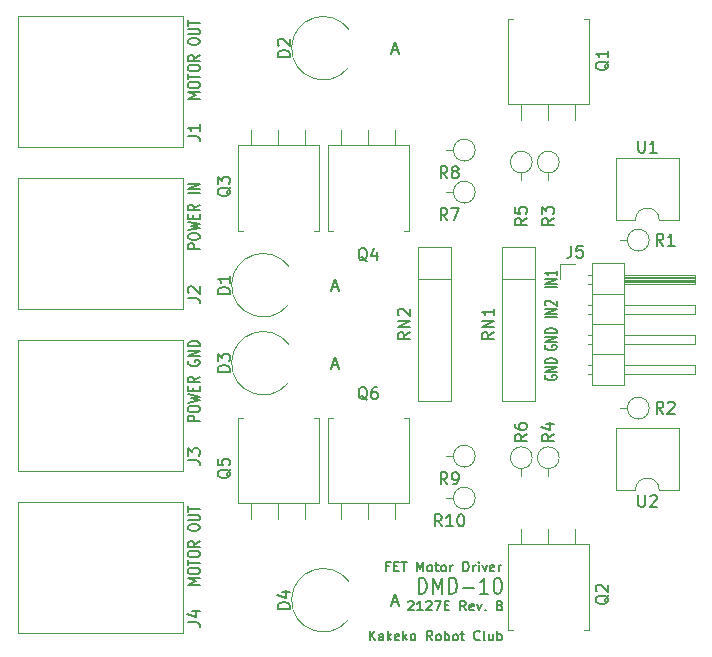
<source format=gto>
G04 #@! TF.GenerationSoftware,KiCad,Pcbnew,(5.1.7)-1*
G04 #@! TF.CreationDate,2021-12-05T21:20:24+09:00*
G04 #@! TF.ProjectId,DMD-10,444d442d-3130-42e6-9b69-6361645f7063,rev?*
G04 #@! TF.SameCoordinates,Original*
G04 #@! TF.FileFunction,Legend,Top*
G04 #@! TF.FilePolarity,Positive*
%FSLAX46Y46*%
G04 Gerber Fmt 4.6, Leading zero omitted, Abs format (unit mm)*
G04 Created by KiCad (PCBNEW (5.1.7)-1) date 2021-12-05 21:20:24*
%MOMM*%
%LPD*%
G01*
G04 APERTURE LIST*
%ADD10C,0.150000*%
%ADD11C,0.120000*%
%ADD12C,3.200000*%
%ADD13O,1.600000X1.600000*%
%ADD14R,1.600000X1.600000*%
%ADD15O,1.400000X1.400000*%
%ADD16C,1.400000*%
%ADD17O,1.717500X1.800000*%
%ADD18R,1.717500X1.800000*%
%ADD19R,5.700000X6.200000*%
%ADD20C,3.800000*%
%ADD21O,1.700000X1.700000*%
%ADD22R,1.700000X1.700000*%
%ADD23O,3.200000X3.200000*%
%ADD24R,3.200000X3.200000*%
G04 APERTURE END LIST*
D10*
X83203047Y-119316095D02*
X83241142Y-119278000D01*
X83317333Y-119239904D01*
X83507809Y-119239904D01*
X83584000Y-119278000D01*
X83622095Y-119316095D01*
X83660190Y-119392285D01*
X83660190Y-119468476D01*
X83622095Y-119582761D01*
X83164952Y-120039904D01*
X83660190Y-120039904D01*
X84422095Y-120039904D02*
X83964952Y-120039904D01*
X84193523Y-120039904D02*
X84193523Y-119239904D01*
X84117333Y-119354190D01*
X84041142Y-119430380D01*
X83964952Y-119468476D01*
X84726857Y-119316095D02*
X84764952Y-119278000D01*
X84841142Y-119239904D01*
X85031619Y-119239904D01*
X85107809Y-119278000D01*
X85145904Y-119316095D01*
X85184000Y-119392285D01*
X85184000Y-119468476D01*
X85145904Y-119582761D01*
X84688761Y-120039904D01*
X85184000Y-120039904D01*
X85450666Y-119239904D02*
X85984000Y-119239904D01*
X85641142Y-120039904D01*
X86288761Y-119620857D02*
X86555428Y-119620857D01*
X86669714Y-120039904D02*
X86288761Y-120039904D01*
X86288761Y-119239904D01*
X86669714Y-119239904D01*
X88079238Y-120039904D02*
X87812571Y-119658952D01*
X87622095Y-120039904D02*
X87622095Y-119239904D01*
X87926857Y-119239904D01*
X88003047Y-119278000D01*
X88041142Y-119316095D01*
X88079238Y-119392285D01*
X88079238Y-119506571D01*
X88041142Y-119582761D01*
X88003047Y-119620857D01*
X87926857Y-119658952D01*
X87622095Y-119658952D01*
X88726857Y-120001809D02*
X88650666Y-120039904D01*
X88498285Y-120039904D01*
X88422095Y-120001809D01*
X88384000Y-119925619D01*
X88384000Y-119620857D01*
X88422095Y-119544666D01*
X88498285Y-119506571D01*
X88650666Y-119506571D01*
X88726857Y-119544666D01*
X88764952Y-119620857D01*
X88764952Y-119697047D01*
X88384000Y-119773238D01*
X89031619Y-119506571D02*
X89222095Y-120039904D01*
X89412571Y-119506571D01*
X89717333Y-119963714D02*
X89755428Y-120001809D01*
X89717333Y-120039904D01*
X89679238Y-120001809D01*
X89717333Y-119963714D01*
X89717333Y-120039904D01*
X90974476Y-119620857D02*
X91088761Y-119658952D01*
X91126857Y-119697047D01*
X91164952Y-119773238D01*
X91164952Y-119887523D01*
X91126857Y-119963714D01*
X91088761Y-120001809D01*
X91012571Y-120039904D01*
X90707809Y-120039904D01*
X90707809Y-119239904D01*
X90974476Y-119239904D01*
X91050666Y-119278000D01*
X91088761Y-119316095D01*
X91126857Y-119392285D01*
X91126857Y-119468476D01*
X91088761Y-119544666D01*
X91050666Y-119582761D01*
X90974476Y-119620857D01*
X90707809Y-119620857D01*
X84079285Y-118660333D02*
X84079285Y-117260333D01*
X84365000Y-117260333D01*
X84536428Y-117327000D01*
X84650714Y-117460333D01*
X84707857Y-117593666D01*
X84765000Y-117860333D01*
X84765000Y-118060333D01*
X84707857Y-118327000D01*
X84650714Y-118460333D01*
X84536428Y-118593666D01*
X84365000Y-118660333D01*
X84079285Y-118660333D01*
X85279285Y-118660333D02*
X85279285Y-117260333D01*
X85679285Y-118260333D01*
X86079285Y-117260333D01*
X86079285Y-118660333D01*
X86650714Y-118660333D02*
X86650714Y-117260333D01*
X86936428Y-117260333D01*
X87107857Y-117327000D01*
X87222142Y-117460333D01*
X87279285Y-117593666D01*
X87336428Y-117860333D01*
X87336428Y-118060333D01*
X87279285Y-118327000D01*
X87222142Y-118460333D01*
X87107857Y-118593666D01*
X86936428Y-118660333D01*
X86650714Y-118660333D01*
X87850714Y-118127000D02*
X88765000Y-118127000D01*
X89965000Y-118660333D02*
X89279285Y-118660333D01*
X89622142Y-118660333D02*
X89622142Y-117260333D01*
X89507857Y-117460333D01*
X89393571Y-117593666D01*
X89279285Y-117660333D01*
X90707857Y-117260333D02*
X90822142Y-117260333D01*
X90936428Y-117327000D01*
X90993571Y-117393666D01*
X91050714Y-117527000D01*
X91107857Y-117793666D01*
X91107857Y-118127000D01*
X91050714Y-118393666D01*
X90993571Y-118527000D01*
X90936428Y-118593666D01*
X90822142Y-118660333D01*
X90707857Y-118660333D01*
X90593571Y-118593666D01*
X90536428Y-118527000D01*
X90479285Y-118393666D01*
X90422142Y-118127000D01*
X90422142Y-117793666D01*
X90479285Y-117527000D01*
X90536428Y-117393666D01*
X90593571Y-117327000D01*
X90707857Y-117260333D01*
X81588595Y-116318857D02*
X81321928Y-116318857D01*
X81321928Y-116737904D02*
X81321928Y-115937904D01*
X81702880Y-115937904D01*
X82007642Y-116318857D02*
X82274309Y-116318857D01*
X82388595Y-116737904D02*
X82007642Y-116737904D01*
X82007642Y-115937904D01*
X82388595Y-115937904D01*
X82617166Y-115937904D02*
X83074309Y-115937904D01*
X82845738Y-116737904D02*
X82845738Y-115937904D01*
X83950500Y-116737904D02*
X83950500Y-115937904D01*
X84217166Y-116509333D01*
X84483833Y-115937904D01*
X84483833Y-116737904D01*
X84979071Y-116737904D02*
X84902880Y-116699809D01*
X84864785Y-116661714D01*
X84826690Y-116585523D01*
X84826690Y-116356952D01*
X84864785Y-116280761D01*
X84902880Y-116242666D01*
X84979071Y-116204571D01*
X85093357Y-116204571D01*
X85169547Y-116242666D01*
X85207642Y-116280761D01*
X85245738Y-116356952D01*
X85245738Y-116585523D01*
X85207642Y-116661714D01*
X85169547Y-116699809D01*
X85093357Y-116737904D01*
X84979071Y-116737904D01*
X85474309Y-116204571D02*
X85779071Y-116204571D01*
X85588595Y-115937904D02*
X85588595Y-116623619D01*
X85626690Y-116699809D01*
X85702880Y-116737904D01*
X85779071Y-116737904D01*
X86160023Y-116737904D02*
X86083833Y-116699809D01*
X86045738Y-116661714D01*
X86007642Y-116585523D01*
X86007642Y-116356952D01*
X86045738Y-116280761D01*
X86083833Y-116242666D01*
X86160023Y-116204571D01*
X86274309Y-116204571D01*
X86350500Y-116242666D01*
X86388595Y-116280761D01*
X86426690Y-116356952D01*
X86426690Y-116585523D01*
X86388595Y-116661714D01*
X86350500Y-116699809D01*
X86274309Y-116737904D01*
X86160023Y-116737904D01*
X86769547Y-116737904D02*
X86769547Y-116204571D01*
X86769547Y-116356952D02*
X86807642Y-116280761D01*
X86845738Y-116242666D01*
X86921928Y-116204571D01*
X86998119Y-116204571D01*
X87874309Y-116737904D02*
X87874309Y-115937904D01*
X88064785Y-115937904D01*
X88179071Y-115976000D01*
X88255261Y-116052190D01*
X88293357Y-116128380D01*
X88331452Y-116280761D01*
X88331452Y-116395047D01*
X88293357Y-116547428D01*
X88255261Y-116623619D01*
X88179071Y-116699809D01*
X88064785Y-116737904D01*
X87874309Y-116737904D01*
X88674309Y-116737904D02*
X88674309Y-116204571D01*
X88674309Y-116356952D02*
X88712404Y-116280761D01*
X88750500Y-116242666D01*
X88826690Y-116204571D01*
X88902880Y-116204571D01*
X89169547Y-116737904D02*
X89169547Y-116204571D01*
X89169547Y-115937904D02*
X89131452Y-115976000D01*
X89169547Y-116014095D01*
X89207642Y-115976000D01*
X89169547Y-115937904D01*
X89169547Y-116014095D01*
X89474309Y-116204571D02*
X89664785Y-116737904D01*
X89855261Y-116204571D01*
X90464785Y-116699809D02*
X90388595Y-116737904D01*
X90236214Y-116737904D01*
X90160023Y-116699809D01*
X90121928Y-116623619D01*
X90121928Y-116318857D01*
X90160023Y-116242666D01*
X90236214Y-116204571D01*
X90388595Y-116204571D01*
X90464785Y-116242666D01*
X90502880Y-116318857D01*
X90502880Y-116395047D01*
X90121928Y-116471238D01*
X90845738Y-116737904D02*
X90845738Y-116204571D01*
X90845738Y-116356952D02*
X90883833Y-116280761D01*
X90921928Y-116242666D01*
X90998119Y-116204571D01*
X91074309Y-116204571D01*
X79925119Y-122579904D02*
X79925119Y-121779904D01*
X80382261Y-122579904D02*
X80039404Y-122122761D01*
X80382261Y-121779904D02*
X79925119Y-122237047D01*
X81067976Y-122579904D02*
X81067976Y-122160857D01*
X81029880Y-122084666D01*
X80953690Y-122046571D01*
X80801309Y-122046571D01*
X80725119Y-122084666D01*
X81067976Y-122541809D02*
X80991785Y-122579904D01*
X80801309Y-122579904D01*
X80725119Y-122541809D01*
X80687023Y-122465619D01*
X80687023Y-122389428D01*
X80725119Y-122313238D01*
X80801309Y-122275142D01*
X80991785Y-122275142D01*
X81067976Y-122237047D01*
X81448928Y-122579904D02*
X81448928Y-121779904D01*
X81525119Y-122275142D02*
X81753690Y-122579904D01*
X81753690Y-122046571D02*
X81448928Y-122351333D01*
X82401309Y-122541809D02*
X82325119Y-122579904D01*
X82172738Y-122579904D01*
X82096547Y-122541809D01*
X82058452Y-122465619D01*
X82058452Y-122160857D01*
X82096547Y-122084666D01*
X82172738Y-122046571D01*
X82325119Y-122046571D01*
X82401309Y-122084666D01*
X82439404Y-122160857D01*
X82439404Y-122237047D01*
X82058452Y-122313238D01*
X82782261Y-122579904D02*
X82782261Y-121779904D01*
X82858452Y-122275142D02*
X83087023Y-122579904D01*
X83087023Y-122046571D02*
X82782261Y-122351333D01*
X83544166Y-122579904D02*
X83467976Y-122541809D01*
X83429880Y-122503714D01*
X83391785Y-122427523D01*
X83391785Y-122198952D01*
X83429880Y-122122761D01*
X83467976Y-122084666D01*
X83544166Y-122046571D01*
X83658452Y-122046571D01*
X83734642Y-122084666D01*
X83772738Y-122122761D01*
X83810833Y-122198952D01*
X83810833Y-122427523D01*
X83772738Y-122503714D01*
X83734642Y-122541809D01*
X83658452Y-122579904D01*
X83544166Y-122579904D01*
X85220357Y-122579904D02*
X84953690Y-122198952D01*
X84763214Y-122579904D02*
X84763214Y-121779904D01*
X85067976Y-121779904D01*
X85144166Y-121818000D01*
X85182261Y-121856095D01*
X85220357Y-121932285D01*
X85220357Y-122046571D01*
X85182261Y-122122761D01*
X85144166Y-122160857D01*
X85067976Y-122198952D01*
X84763214Y-122198952D01*
X85677500Y-122579904D02*
X85601309Y-122541809D01*
X85563214Y-122503714D01*
X85525119Y-122427523D01*
X85525119Y-122198952D01*
X85563214Y-122122761D01*
X85601309Y-122084666D01*
X85677500Y-122046571D01*
X85791785Y-122046571D01*
X85867976Y-122084666D01*
X85906071Y-122122761D01*
X85944166Y-122198952D01*
X85944166Y-122427523D01*
X85906071Y-122503714D01*
X85867976Y-122541809D01*
X85791785Y-122579904D01*
X85677500Y-122579904D01*
X86287023Y-122579904D02*
X86287023Y-121779904D01*
X86287023Y-122084666D02*
X86363214Y-122046571D01*
X86515595Y-122046571D01*
X86591785Y-122084666D01*
X86629880Y-122122761D01*
X86667976Y-122198952D01*
X86667976Y-122427523D01*
X86629880Y-122503714D01*
X86591785Y-122541809D01*
X86515595Y-122579904D01*
X86363214Y-122579904D01*
X86287023Y-122541809D01*
X87125119Y-122579904D02*
X87048928Y-122541809D01*
X87010833Y-122503714D01*
X86972738Y-122427523D01*
X86972738Y-122198952D01*
X87010833Y-122122761D01*
X87048928Y-122084666D01*
X87125119Y-122046571D01*
X87239404Y-122046571D01*
X87315595Y-122084666D01*
X87353690Y-122122761D01*
X87391785Y-122198952D01*
X87391785Y-122427523D01*
X87353690Y-122503714D01*
X87315595Y-122541809D01*
X87239404Y-122579904D01*
X87125119Y-122579904D01*
X87620357Y-122046571D02*
X87925119Y-122046571D01*
X87734642Y-121779904D02*
X87734642Y-122465619D01*
X87772738Y-122541809D01*
X87848928Y-122579904D01*
X87925119Y-122579904D01*
X89258452Y-122503714D02*
X89220357Y-122541809D01*
X89106071Y-122579904D01*
X89029880Y-122579904D01*
X88915595Y-122541809D01*
X88839404Y-122465619D01*
X88801309Y-122389428D01*
X88763214Y-122237047D01*
X88763214Y-122122761D01*
X88801309Y-121970380D01*
X88839404Y-121894190D01*
X88915595Y-121818000D01*
X89029880Y-121779904D01*
X89106071Y-121779904D01*
X89220357Y-121818000D01*
X89258452Y-121856095D01*
X89715595Y-122579904D02*
X89639404Y-122541809D01*
X89601309Y-122465619D01*
X89601309Y-121779904D01*
X90363214Y-122046571D02*
X90363214Y-122579904D01*
X90020357Y-122046571D02*
X90020357Y-122465619D01*
X90058452Y-122541809D01*
X90134642Y-122579904D01*
X90248928Y-122579904D01*
X90325119Y-122541809D01*
X90363214Y-122503714D01*
X90744166Y-122579904D02*
X90744166Y-121779904D01*
X90744166Y-122084666D02*
X90820357Y-122046571D01*
X90972738Y-122046571D01*
X91048928Y-122084666D01*
X91087023Y-122122761D01*
X91125119Y-122198952D01*
X91125119Y-122427523D01*
X91087023Y-122503714D01*
X91048928Y-122541809D01*
X90972738Y-122579904D01*
X90820357Y-122579904D01*
X90744166Y-122541809D01*
X65538380Y-117855142D02*
X64538380Y-117855142D01*
X65252666Y-117588476D01*
X64538380Y-117321809D01*
X65538380Y-117321809D01*
X64538380Y-116788476D02*
X64538380Y-116636095D01*
X64586000Y-116559904D01*
X64681238Y-116483714D01*
X64871714Y-116445619D01*
X65205047Y-116445619D01*
X65395523Y-116483714D01*
X65490761Y-116559904D01*
X65538380Y-116636095D01*
X65538380Y-116788476D01*
X65490761Y-116864666D01*
X65395523Y-116940857D01*
X65205047Y-116978952D01*
X64871714Y-116978952D01*
X64681238Y-116940857D01*
X64586000Y-116864666D01*
X64538380Y-116788476D01*
X64538380Y-116217047D02*
X64538380Y-115759904D01*
X65538380Y-115988476D02*
X64538380Y-115988476D01*
X64538380Y-115340857D02*
X64538380Y-115188476D01*
X64586000Y-115112285D01*
X64681238Y-115036095D01*
X64871714Y-114998000D01*
X65205047Y-114998000D01*
X65395523Y-115036095D01*
X65490761Y-115112285D01*
X65538380Y-115188476D01*
X65538380Y-115340857D01*
X65490761Y-115417047D01*
X65395523Y-115493238D01*
X65205047Y-115531333D01*
X64871714Y-115531333D01*
X64681238Y-115493238D01*
X64586000Y-115417047D01*
X64538380Y-115340857D01*
X65538380Y-114198000D02*
X65062190Y-114464666D01*
X65538380Y-114655142D02*
X64538380Y-114655142D01*
X64538380Y-114350380D01*
X64586000Y-114274190D01*
X64633619Y-114236095D01*
X64728857Y-114198000D01*
X64871714Y-114198000D01*
X64966952Y-114236095D01*
X65014571Y-114274190D01*
X65062190Y-114350380D01*
X65062190Y-114655142D01*
X64538380Y-113093238D02*
X64538380Y-112940857D01*
X64586000Y-112864666D01*
X64681238Y-112788476D01*
X64871714Y-112750380D01*
X65205047Y-112750380D01*
X65395523Y-112788476D01*
X65490761Y-112864666D01*
X65538380Y-112940857D01*
X65538380Y-113093238D01*
X65490761Y-113169428D01*
X65395523Y-113245619D01*
X65205047Y-113283714D01*
X64871714Y-113283714D01*
X64681238Y-113245619D01*
X64586000Y-113169428D01*
X64538380Y-113093238D01*
X64538380Y-112407523D02*
X65347904Y-112407523D01*
X65443142Y-112369428D01*
X65490761Y-112331333D01*
X65538380Y-112255142D01*
X65538380Y-112102761D01*
X65490761Y-112026571D01*
X65443142Y-111988476D01*
X65347904Y-111950380D01*
X64538380Y-111950380D01*
X64538380Y-111683714D02*
X64538380Y-111226571D01*
X65538380Y-111455142D02*
X64538380Y-111455142D01*
X65538380Y-76707142D02*
X64538380Y-76707142D01*
X65252666Y-76440476D01*
X64538380Y-76173809D01*
X65538380Y-76173809D01*
X64538380Y-75640476D02*
X64538380Y-75488095D01*
X64586000Y-75411904D01*
X64681238Y-75335714D01*
X64871714Y-75297619D01*
X65205047Y-75297619D01*
X65395523Y-75335714D01*
X65490761Y-75411904D01*
X65538380Y-75488095D01*
X65538380Y-75640476D01*
X65490761Y-75716666D01*
X65395523Y-75792857D01*
X65205047Y-75830952D01*
X64871714Y-75830952D01*
X64681238Y-75792857D01*
X64586000Y-75716666D01*
X64538380Y-75640476D01*
X64538380Y-75069047D02*
X64538380Y-74611904D01*
X65538380Y-74840476D02*
X64538380Y-74840476D01*
X64538380Y-74192857D02*
X64538380Y-74040476D01*
X64586000Y-73964285D01*
X64681238Y-73888095D01*
X64871714Y-73850000D01*
X65205047Y-73850000D01*
X65395523Y-73888095D01*
X65490761Y-73964285D01*
X65538380Y-74040476D01*
X65538380Y-74192857D01*
X65490761Y-74269047D01*
X65395523Y-74345238D01*
X65205047Y-74383333D01*
X64871714Y-74383333D01*
X64681238Y-74345238D01*
X64586000Y-74269047D01*
X64538380Y-74192857D01*
X65538380Y-73050000D02*
X65062190Y-73316666D01*
X65538380Y-73507142D02*
X64538380Y-73507142D01*
X64538380Y-73202380D01*
X64586000Y-73126190D01*
X64633619Y-73088095D01*
X64728857Y-73050000D01*
X64871714Y-73050000D01*
X64966952Y-73088095D01*
X65014571Y-73126190D01*
X65062190Y-73202380D01*
X65062190Y-73507142D01*
X64538380Y-71945238D02*
X64538380Y-71792857D01*
X64586000Y-71716666D01*
X64681238Y-71640476D01*
X64871714Y-71602380D01*
X65205047Y-71602380D01*
X65395523Y-71640476D01*
X65490761Y-71716666D01*
X65538380Y-71792857D01*
X65538380Y-71945238D01*
X65490761Y-72021428D01*
X65395523Y-72097619D01*
X65205047Y-72135714D01*
X64871714Y-72135714D01*
X64681238Y-72097619D01*
X64586000Y-72021428D01*
X64538380Y-71945238D01*
X64538380Y-71259523D02*
X65347904Y-71259523D01*
X65443142Y-71221428D01*
X65490761Y-71183333D01*
X65538380Y-71107142D01*
X65538380Y-70954761D01*
X65490761Y-70878571D01*
X65443142Y-70840476D01*
X65347904Y-70802380D01*
X64538380Y-70802380D01*
X64538380Y-70535714D02*
X64538380Y-70078571D01*
X65538380Y-70307142D02*
X64538380Y-70307142D01*
X65538380Y-103999428D02*
X64538380Y-103999428D01*
X64538380Y-103694666D01*
X64586000Y-103618476D01*
X64633619Y-103580380D01*
X64728857Y-103542285D01*
X64871714Y-103542285D01*
X64966952Y-103580380D01*
X65014571Y-103618476D01*
X65062190Y-103694666D01*
X65062190Y-103999428D01*
X64538380Y-103047047D02*
X64538380Y-102894666D01*
X64586000Y-102818476D01*
X64681238Y-102742285D01*
X64871714Y-102704190D01*
X65205047Y-102704190D01*
X65395523Y-102742285D01*
X65490761Y-102818476D01*
X65538380Y-102894666D01*
X65538380Y-103047047D01*
X65490761Y-103123238D01*
X65395523Y-103199428D01*
X65205047Y-103237523D01*
X64871714Y-103237523D01*
X64681238Y-103199428D01*
X64586000Y-103123238D01*
X64538380Y-103047047D01*
X64538380Y-102437523D02*
X65538380Y-102247047D01*
X64824095Y-102094666D01*
X65538380Y-101942285D01*
X64538380Y-101751809D01*
X65014571Y-101447047D02*
X65014571Y-101180380D01*
X65538380Y-101066095D02*
X65538380Y-101447047D01*
X64538380Y-101447047D01*
X64538380Y-101066095D01*
X65538380Y-100266095D02*
X65062190Y-100532761D01*
X65538380Y-100723238D02*
X64538380Y-100723238D01*
X64538380Y-100418476D01*
X64586000Y-100342285D01*
X64633619Y-100304190D01*
X64728857Y-100266095D01*
X64871714Y-100266095D01*
X64966952Y-100304190D01*
X65014571Y-100342285D01*
X65062190Y-100418476D01*
X65062190Y-100723238D01*
X64586000Y-98894666D02*
X64538380Y-98970857D01*
X64538380Y-99085142D01*
X64586000Y-99199428D01*
X64681238Y-99275619D01*
X64776476Y-99313714D01*
X64966952Y-99351809D01*
X65109809Y-99351809D01*
X65300285Y-99313714D01*
X65395523Y-99275619D01*
X65490761Y-99199428D01*
X65538380Y-99085142D01*
X65538380Y-99008952D01*
X65490761Y-98894666D01*
X65443142Y-98856571D01*
X65109809Y-98856571D01*
X65109809Y-99008952D01*
X65538380Y-98513714D02*
X64538380Y-98513714D01*
X65538380Y-98056571D01*
X64538380Y-98056571D01*
X65538380Y-97675619D02*
X64538380Y-97675619D01*
X64538380Y-97485142D01*
X64586000Y-97370857D01*
X64681238Y-97294666D01*
X64776476Y-97256571D01*
X64966952Y-97218476D01*
X65109809Y-97218476D01*
X65300285Y-97256571D01*
X65395523Y-97294666D01*
X65490761Y-97370857D01*
X65538380Y-97485142D01*
X65538380Y-97675619D01*
X65538380Y-89419904D02*
X64538380Y-89419904D01*
X64538380Y-89115142D01*
X64586000Y-89038952D01*
X64633619Y-89000857D01*
X64728857Y-88962761D01*
X64871714Y-88962761D01*
X64966952Y-89000857D01*
X65014571Y-89038952D01*
X65062190Y-89115142D01*
X65062190Y-89419904D01*
X64538380Y-88467523D02*
X64538380Y-88315142D01*
X64586000Y-88238952D01*
X64681238Y-88162761D01*
X64871714Y-88124666D01*
X65205047Y-88124666D01*
X65395523Y-88162761D01*
X65490761Y-88238952D01*
X65538380Y-88315142D01*
X65538380Y-88467523D01*
X65490761Y-88543714D01*
X65395523Y-88619904D01*
X65205047Y-88658000D01*
X64871714Y-88658000D01*
X64681238Y-88619904D01*
X64586000Y-88543714D01*
X64538380Y-88467523D01*
X64538380Y-87858000D02*
X65538380Y-87667523D01*
X64824095Y-87515142D01*
X65538380Y-87362761D01*
X64538380Y-87172285D01*
X65014571Y-86867523D02*
X65014571Y-86600857D01*
X65538380Y-86486571D02*
X65538380Y-86867523D01*
X64538380Y-86867523D01*
X64538380Y-86486571D01*
X65538380Y-85686571D02*
X65062190Y-85953238D01*
X65538380Y-86143714D02*
X64538380Y-86143714D01*
X64538380Y-85838952D01*
X64586000Y-85762761D01*
X64633619Y-85724666D01*
X64728857Y-85686571D01*
X64871714Y-85686571D01*
X64966952Y-85724666D01*
X65014571Y-85762761D01*
X65062190Y-85838952D01*
X65062190Y-86143714D01*
X65538380Y-84734190D02*
X64538380Y-84734190D01*
X65538380Y-84353238D02*
X64538380Y-84353238D01*
X65538380Y-83896095D01*
X64538380Y-83896095D01*
X95764380Y-92692000D02*
X94764380Y-92692000D01*
X95764380Y-92358666D02*
X94764380Y-92358666D01*
X95764380Y-91958666D01*
X94764380Y-91958666D01*
X95764380Y-91258666D02*
X95764380Y-91658666D01*
X95764380Y-91458666D02*
X94764380Y-91458666D01*
X94907238Y-91525333D01*
X95002476Y-91592000D01*
X95050095Y-91658666D01*
X95764380Y-95232000D02*
X94764380Y-95232000D01*
X95764380Y-94898666D02*
X94764380Y-94898666D01*
X95764380Y-94498666D01*
X94764380Y-94498666D01*
X94859619Y-94198666D02*
X94812000Y-94165333D01*
X94764380Y-94098666D01*
X94764380Y-93932000D01*
X94812000Y-93865333D01*
X94859619Y-93832000D01*
X94954857Y-93798666D01*
X95050095Y-93798666D01*
X95192952Y-93832000D01*
X95764380Y-94232000D01*
X95764380Y-93798666D01*
X94812000Y-97605333D02*
X94764380Y-97672000D01*
X94764380Y-97772000D01*
X94812000Y-97872000D01*
X94907238Y-97938666D01*
X95002476Y-97972000D01*
X95192952Y-98005333D01*
X95335809Y-98005333D01*
X95526285Y-97972000D01*
X95621523Y-97938666D01*
X95716761Y-97872000D01*
X95764380Y-97772000D01*
X95764380Y-97705333D01*
X95716761Y-97605333D01*
X95669142Y-97572000D01*
X95335809Y-97572000D01*
X95335809Y-97705333D01*
X95764380Y-97272000D02*
X94764380Y-97272000D01*
X95764380Y-96872000D01*
X94764380Y-96872000D01*
X95764380Y-96538666D02*
X94764380Y-96538666D01*
X94764380Y-96372000D01*
X94812000Y-96272000D01*
X94907238Y-96205333D01*
X95002476Y-96172000D01*
X95192952Y-96138666D01*
X95335809Y-96138666D01*
X95526285Y-96172000D01*
X95621523Y-96205333D01*
X95716761Y-96272000D01*
X95764380Y-96372000D01*
X95764380Y-96538666D01*
X94812000Y-100145333D02*
X94764380Y-100212000D01*
X94764380Y-100312000D01*
X94812000Y-100412000D01*
X94907238Y-100478666D01*
X95002476Y-100512000D01*
X95192952Y-100545333D01*
X95335809Y-100545333D01*
X95526285Y-100512000D01*
X95621523Y-100478666D01*
X95716761Y-100412000D01*
X95764380Y-100312000D01*
X95764380Y-100245333D01*
X95716761Y-100145333D01*
X95669142Y-100112000D01*
X95335809Y-100112000D01*
X95335809Y-100245333D01*
X95764380Y-99812000D02*
X94764380Y-99812000D01*
X95764380Y-99412000D01*
X94764380Y-99412000D01*
X95764380Y-99078666D02*
X94764380Y-99078666D01*
X94764380Y-98912000D01*
X94812000Y-98812000D01*
X94907238Y-98745333D01*
X95002476Y-98712000D01*
X95192952Y-98678666D01*
X95335809Y-98678666D01*
X95526285Y-98712000D01*
X95621523Y-98745333D01*
X95716761Y-98812000D01*
X95764380Y-98912000D01*
X95764380Y-99078666D01*
D11*
G04 #@! TO.C,U2*
X104440000Y-109832000D02*
X106090000Y-109832000D01*
X106090000Y-109832000D02*
X106090000Y-104632000D01*
X106090000Y-104632000D02*
X100790000Y-104632000D01*
X100790000Y-104632000D02*
X100790000Y-109832000D01*
X100790000Y-109832000D02*
X102440000Y-109832000D01*
X102440000Y-109832000D02*
G75*
G02*
X104440000Y-109832000I1000000J0D01*
G01*
G04 #@! TO.C,U1*
X104440000Y-86972000D02*
X106090000Y-86972000D01*
X106090000Y-86972000D02*
X106090000Y-81772000D01*
X106090000Y-81772000D02*
X100790000Y-81772000D01*
X100790000Y-81772000D02*
X100790000Y-86972000D01*
X100790000Y-86972000D02*
X102440000Y-86972000D01*
X102440000Y-86972000D02*
G75*
G02*
X104440000Y-86972000I1000000J0D01*
G01*
G04 #@! TO.C,RN1*
X93918000Y-91992000D02*
X91118000Y-91992000D01*
X93918000Y-102322000D02*
X93918000Y-89282000D01*
X91118000Y-102322000D02*
X93918000Y-102322000D01*
X91118000Y-89282000D02*
X91118000Y-102322000D01*
X93918000Y-89282000D02*
X91118000Y-89282000D01*
G04 #@! TO.C,RN2*
X86806000Y-89282000D02*
X84006000Y-89282000D01*
X84006000Y-89282000D02*
X84006000Y-102322000D01*
X84006000Y-102322000D02*
X86806000Y-102322000D01*
X86806000Y-102322000D02*
X86806000Y-89282000D01*
X86806000Y-91992000D02*
X84006000Y-91992000D01*
G04 #@! TO.C,R10*
X88866000Y-110534000D02*
G75*
G03*
X88866000Y-110534000I-920000J0D01*
G01*
X87026000Y-110534000D02*
X86406000Y-110534000D01*
G04 #@! TO.C,R9*
X88866000Y-106978000D02*
G75*
G03*
X88866000Y-106978000I-920000J0D01*
G01*
X87026000Y-106978000D02*
X86406000Y-106978000D01*
G04 #@! TO.C,R8*
X88866000Y-81070000D02*
G75*
G03*
X88866000Y-81070000I-920000J0D01*
G01*
X87026000Y-81070000D02*
X86406000Y-81070000D01*
G04 #@! TO.C,R7*
X88866000Y-84626000D02*
G75*
G03*
X88866000Y-84626000I-920000J0D01*
G01*
X87026000Y-84626000D02*
X86406000Y-84626000D01*
G04 #@! TO.C,R6*
X93692000Y-107105000D02*
G75*
G03*
X93692000Y-107105000I-920000J0D01*
G01*
X92772000Y-108025000D02*
X92772000Y-108645000D01*
G04 #@! TO.C,R5*
X93692000Y-82086000D02*
G75*
G03*
X93692000Y-82086000I-920000J0D01*
G01*
X92772000Y-83006000D02*
X92772000Y-83626000D01*
G04 #@! TO.C,R4*
X95978000Y-107105000D02*
G75*
G03*
X95978000Y-107105000I-920000J0D01*
G01*
X95058000Y-108025000D02*
X95058000Y-108645000D01*
G04 #@! TO.C,R3*
X95978000Y-82086000D02*
G75*
G03*
X95978000Y-82086000I-920000J0D01*
G01*
X95058000Y-83006000D02*
X95058000Y-83626000D01*
G04 #@! TO.C,R2*
X103598000Y-102914000D02*
G75*
G03*
X103598000Y-102914000I-920000J0D01*
G01*
X101758000Y-102914000D02*
X101138000Y-102914000D01*
G04 #@! TO.C,R1*
X103598000Y-88690000D02*
G75*
G03*
X103598000Y-88690000I-920000J0D01*
G01*
X101758000Y-88690000D02*
X101138000Y-88690000D01*
G04 #@! TO.C,Q6*
X76412000Y-110948000D02*
X83232000Y-110948000D01*
X76412000Y-103708000D02*
X76821000Y-103708000D01*
X82823000Y-103708000D02*
X83232000Y-103708000D01*
X76412000Y-103708000D02*
X76412000Y-110948000D01*
X83232000Y-103708000D02*
X83232000Y-110948000D01*
X77532000Y-110948000D02*
X77532000Y-112278000D01*
X79822000Y-110948000D02*
X79822000Y-112278000D01*
X82112000Y-110948000D02*
X82112000Y-112278000D01*
G04 #@! TO.C,Q5*
X68792000Y-110948000D02*
X75612000Y-110948000D01*
X68792000Y-103708000D02*
X69201000Y-103708000D01*
X75203000Y-103708000D02*
X75612000Y-103708000D01*
X68792000Y-103708000D02*
X68792000Y-110948000D01*
X75612000Y-103708000D02*
X75612000Y-110948000D01*
X69912000Y-110948000D02*
X69912000Y-112278000D01*
X72202000Y-110948000D02*
X72202000Y-112278000D01*
X74492000Y-110948000D02*
X74492000Y-112278000D01*
G04 #@! TO.C,Q4*
X83224000Y-80656000D02*
X76404000Y-80656000D01*
X83224000Y-87896000D02*
X82815000Y-87896000D01*
X76813000Y-87896000D02*
X76404000Y-87896000D01*
X83224000Y-87896000D02*
X83224000Y-80656000D01*
X76404000Y-87896000D02*
X76404000Y-80656000D01*
X82104000Y-80656000D02*
X82104000Y-79326000D01*
X79814000Y-80656000D02*
X79814000Y-79326000D01*
X77524000Y-80656000D02*
X77524000Y-79326000D01*
G04 #@! TO.C,Q3*
X75604000Y-80656000D02*
X68784000Y-80656000D01*
X75604000Y-87896000D02*
X75195000Y-87896000D01*
X69193000Y-87896000D02*
X68784000Y-87896000D01*
X75604000Y-87896000D02*
X75604000Y-80656000D01*
X68784000Y-87896000D02*
X68784000Y-80656000D01*
X74484000Y-80656000D02*
X74484000Y-79326000D01*
X72194000Y-80656000D02*
X72194000Y-79326000D01*
X69904000Y-80656000D02*
X69904000Y-79326000D01*
G04 #@! TO.C,Q2*
X98472000Y-114438000D02*
X91652000Y-114438000D01*
X98472000Y-121678000D02*
X98063000Y-121678000D01*
X92061000Y-121678000D02*
X91652000Y-121678000D01*
X98472000Y-121678000D02*
X98472000Y-114438000D01*
X91652000Y-121678000D02*
X91652000Y-114438000D01*
X97352000Y-114438000D02*
X97352000Y-113108000D01*
X95062000Y-114438000D02*
X95062000Y-113108000D01*
X92772000Y-114438000D02*
X92772000Y-113108000D01*
G04 #@! TO.C,Q1*
X91648000Y-77166000D02*
X98468000Y-77166000D01*
X91648000Y-69926000D02*
X92057000Y-69926000D01*
X98059000Y-69926000D02*
X98468000Y-69926000D01*
X91648000Y-69926000D02*
X91648000Y-77166000D01*
X98468000Y-69926000D02*
X98468000Y-77166000D01*
X92768000Y-77166000D02*
X92768000Y-78496000D01*
X95058000Y-77166000D02*
X95058000Y-78496000D01*
X97348000Y-77166000D02*
X97348000Y-78496000D01*
G04 #@! TO.C,J4*
X64132000Y-110820000D02*
X50132000Y-110820000D01*
X64132000Y-121920000D02*
X64132000Y-110820000D01*
X50132000Y-121920000D02*
X64132000Y-121920000D01*
X50132000Y-110820000D02*
X50132000Y-121920000D01*
G04 #@! TO.C,J1*
X64132000Y-69684000D02*
X50132000Y-69684000D01*
X64132000Y-80784000D02*
X64132000Y-69684000D01*
X50132000Y-80784000D02*
X64132000Y-80784000D01*
X50132000Y-69684000D02*
X50132000Y-80784000D01*
G04 #@! TO.C,J5*
X98784000Y-90662000D02*
X98784000Y-100942000D01*
X98784000Y-100942000D02*
X101444000Y-100942000D01*
X101444000Y-100942000D02*
X101444000Y-90662000D01*
X101444000Y-90662000D02*
X98784000Y-90662000D01*
X101444000Y-91612000D02*
X107444000Y-91612000D01*
X107444000Y-91612000D02*
X107444000Y-92372000D01*
X107444000Y-92372000D02*
X101444000Y-92372000D01*
X101444000Y-91672000D02*
X107444000Y-91672000D01*
X101444000Y-91792000D02*
X107444000Y-91792000D01*
X101444000Y-91912000D02*
X107444000Y-91912000D01*
X101444000Y-92032000D02*
X107444000Y-92032000D01*
X101444000Y-92152000D02*
X107444000Y-92152000D01*
X101444000Y-92272000D02*
X107444000Y-92272000D01*
X98454000Y-91612000D02*
X98784000Y-91612000D01*
X98454000Y-92372000D02*
X98784000Y-92372000D01*
X98784000Y-93262000D02*
X101444000Y-93262000D01*
X101444000Y-94152000D02*
X107444000Y-94152000D01*
X107444000Y-94152000D02*
X107444000Y-94912000D01*
X107444000Y-94912000D02*
X101444000Y-94912000D01*
X98386929Y-94152000D02*
X98784000Y-94152000D01*
X98386929Y-94912000D02*
X98784000Y-94912000D01*
X98784000Y-95802000D02*
X101444000Y-95802000D01*
X101444000Y-96692000D02*
X107444000Y-96692000D01*
X107444000Y-96692000D02*
X107444000Y-97452000D01*
X107444000Y-97452000D02*
X101444000Y-97452000D01*
X98386929Y-96692000D02*
X98784000Y-96692000D01*
X98386929Y-97452000D02*
X98784000Y-97452000D01*
X98784000Y-98342000D02*
X101444000Y-98342000D01*
X101444000Y-99232000D02*
X107444000Y-99232000D01*
X107444000Y-99232000D02*
X107444000Y-99992000D01*
X107444000Y-99992000D02*
X101444000Y-99992000D01*
X98386929Y-99232000D02*
X98784000Y-99232000D01*
X98386929Y-99992000D02*
X98784000Y-99992000D01*
X96074000Y-91992000D02*
X96074000Y-90722000D01*
X96074000Y-90722000D02*
X97344000Y-90722000D01*
G04 #@! TO.C,J3*
X64132000Y-97104000D02*
X50132000Y-97104000D01*
X64132000Y-108204000D02*
X64132000Y-97104000D01*
X50132000Y-108204000D02*
X64132000Y-108204000D01*
X50132000Y-97104000D02*
X50132000Y-108204000D01*
G04 #@! TO.C,J2*
X64132000Y-83400000D02*
X50132000Y-83400000D01*
X64132000Y-94500000D02*
X64132000Y-83400000D01*
X50132000Y-94500000D02*
X64132000Y-94500000D01*
X50132000Y-83400000D02*
X50132000Y-94500000D01*
G04 #@! TO.C,D4*
X78104635Y-120845386D02*
G75*
G02*
X78162716Y-117570000I-2096635J1675386D01*
G01*
G04 #@! TO.C,D3*
X73024635Y-100779386D02*
G75*
G02*
X73082716Y-97504000I-2096635J1675386D01*
G01*
G04 #@! TO.C,D2*
X78104635Y-74109386D02*
G75*
G02*
X78162716Y-70834000I-2096635J1675386D01*
G01*
G04 #@! TO.C,D1*
X73024635Y-94175386D02*
G75*
G02*
X73082716Y-90900000I-2096635J1675386D01*
G01*
G04 #@! TO.C,U2*
D10*
X102678095Y-110284380D02*
X102678095Y-111093904D01*
X102725714Y-111189142D01*
X102773333Y-111236761D01*
X102868571Y-111284380D01*
X103059047Y-111284380D01*
X103154285Y-111236761D01*
X103201904Y-111189142D01*
X103249523Y-111093904D01*
X103249523Y-110284380D01*
X103678095Y-110379619D02*
X103725714Y-110332000D01*
X103820952Y-110284380D01*
X104059047Y-110284380D01*
X104154285Y-110332000D01*
X104201904Y-110379619D01*
X104249523Y-110474857D01*
X104249523Y-110570095D01*
X104201904Y-110712952D01*
X103630476Y-111284380D01*
X104249523Y-111284380D01*
G04 #@! TO.C,U1*
X102678095Y-80268380D02*
X102678095Y-81077904D01*
X102725714Y-81173142D01*
X102773333Y-81220761D01*
X102868571Y-81268380D01*
X103059047Y-81268380D01*
X103154285Y-81220761D01*
X103201904Y-81173142D01*
X103249523Y-81077904D01*
X103249523Y-80268380D01*
X104249523Y-81268380D02*
X103678095Y-81268380D01*
X103963809Y-81268380D02*
X103963809Y-80268380D01*
X103868571Y-80411238D01*
X103773333Y-80506476D01*
X103678095Y-80554095D01*
G04 #@! TO.C,RN1*
X90430380Y-96492476D02*
X89954190Y-96825809D01*
X90430380Y-97063904D02*
X89430380Y-97063904D01*
X89430380Y-96682952D01*
X89478000Y-96587714D01*
X89525619Y-96540095D01*
X89620857Y-96492476D01*
X89763714Y-96492476D01*
X89858952Y-96540095D01*
X89906571Y-96587714D01*
X89954190Y-96682952D01*
X89954190Y-97063904D01*
X90430380Y-96063904D02*
X89430380Y-96063904D01*
X90430380Y-95492476D01*
X89430380Y-95492476D01*
X90430380Y-94492476D02*
X90430380Y-95063904D01*
X90430380Y-94778190D02*
X89430380Y-94778190D01*
X89573238Y-94873428D01*
X89668476Y-94968666D01*
X89716095Y-95063904D01*
G04 #@! TO.C,RN2*
X83318380Y-96492476D02*
X82842190Y-96825809D01*
X83318380Y-97063904D02*
X82318380Y-97063904D01*
X82318380Y-96682952D01*
X82366000Y-96587714D01*
X82413619Y-96540095D01*
X82508857Y-96492476D01*
X82651714Y-96492476D01*
X82746952Y-96540095D01*
X82794571Y-96587714D01*
X82842190Y-96682952D01*
X82842190Y-97063904D01*
X83318380Y-96063904D02*
X82318380Y-96063904D01*
X83318380Y-95492476D01*
X82318380Y-95492476D01*
X82413619Y-95063904D02*
X82366000Y-95016285D01*
X82318380Y-94921047D01*
X82318380Y-94682952D01*
X82366000Y-94587714D01*
X82413619Y-94540095D01*
X82508857Y-94492476D01*
X82604095Y-94492476D01*
X82746952Y-94540095D01*
X83318380Y-95111523D01*
X83318380Y-94492476D01*
G04 #@! TO.C,R10*
X86033142Y-112906380D02*
X85699809Y-112430190D01*
X85461714Y-112906380D02*
X85461714Y-111906380D01*
X85842666Y-111906380D01*
X85937904Y-111954000D01*
X85985523Y-112001619D01*
X86033142Y-112096857D01*
X86033142Y-112239714D01*
X85985523Y-112334952D01*
X85937904Y-112382571D01*
X85842666Y-112430190D01*
X85461714Y-112430190D01*
X86985523Y-112906380D02*
X86414095Y-112906380D01*
X86699809Y-112906380D02*
X86699809Y-111906380D01*
X86604571Y-112049238D01*
X86509333Y-112144476D01*
X86414095Y-112192095D01*
X87604571Y-111906380D02*
X87699809Y-111906380D01*
X87795047Y-111954000D01*
X87842666Y-112001619D01*
X87890285Y-112096857D01*
X87937904Y-112287333D01*
X87937904Y-112525428D01*
X87890285Y-112715904D01*
X87842666Y-112811142D01*
X87795047Y-112858761D01*
X87699809Y-112906380D01*
X87604571Y-112906380D01*
X87509333Y-112858761D01*
X87461714Y-112811142D01*
X87414095Y-112715904D01*
X87366476Y-112525428D01*
X87366476Y-112287333D01*
X87414095Y-112096857D01*
X87461714Y-112001619D01*
X87509333Y-111954000D01*
X87604571Y-111906380D01*
G04 #@! TO.C,R9*
X86509333Y-109350380D02*
X86176000Y-108874190D01*
X85937904Y-109350380D02*
X85937904Y-108350380D01*
X86318857Y-108350380D01*
X86414095Y-108398000D01*
X86461714Y-108445619D01*
X86509333Y-108540857D01*
X86509333Y-108683714D01*
X86461714Y-108778952D01*
X86414095Y-108826571D01*
X86318857Y-108874190D01*
X85937904Y-108874190D01*
X86985523Y-109350380D02*
X87176000Y-109350380D01*
X87271238Y-109302761D01*
X87318857Y-109255142D01*
X87414095Y-109112285D01*
X87461714Y-108921809D01*
X87461714Y-108540857D01*
X87414095Y-108445619D01*
X87366476Y-108398000D01*
X87271238Y-108350380D01*
X87080761Y-108350380D01*
X86985523Y-108398000D01*
X86937904Y-108445619D01*
X86890285Y-108540857D01*
X86890285Y-108778952D01*
X86937904Y-108874190D01*
X86985523Y-108921809D01*
X87080761Y-108969428D01*
X87271238Y-108969428D01*
X87366476Y-108921809D01*
X87414095Y-108874190D01*
X87461714Y-108778952D01*
G04 #@! TO.C,R8*
X86509333Y-83442380D02*
X86176000Y-82966190D01*
X85937904Y-83442380D02*
X85937904Y-82442380D01*
X86318857Y-82442380D01*
X86414095Y-82490000D01*
X86461714Y-82537619D01*
X86509333Y-82632857D01*
X86509333Y-82775714D01*
X86461714Y-82870952D01*
X86414095Y-82918571D01*
X86318857Y-82966190D01*
X85937904Y-82966190D01*
X87080761Y-82870952D02*
X86985523Y-82823333D01*
X86937904Y-82775714D01*
X86890285Y-82680476D01*
X86890285Y-82632857D01*
X86937904Y-82537619D01*
X86985523Y-82490000D01*
X87080761Y-82442380D01*
X87271238Y-82442380D01*
X87366476Y-82490000D01*
X87414095Y-82537619D01*
X87461714Y-82632857D01*
X87461714Y-82680476D01*
X87414095Y-82775714D01*
X87366476Y-82823333D01*
X87271238Y-82870952D01*
X87080761Y-82870952D01*
X86985523Y-82918571D01*
X86937904Y-82966190D01*
X86890285Y-83061428D01*
X86890285Y-83251904D01*
X86937904Y-83347142D01*
X86985523Y-83394761D01*
X87080761Y-83442380D01*
X87271238Y-83442380D01*
X87366476Y-83394761D01*
X87414095Y-83347142D01*
X87461714Y-83251904D01*
X87461714Y-83061428D01*
X87414095Y-82966190D01*
X87366476Y-82918571D01*
X87271238Y-82870952D01*
G04 #@! TO.C,R7*
X86509333Y-86998380D02*
X86176000Y-86522190D01*
X85937904Y-86998380D02*
X85937904Y-85998380D01*
X86318857Y-85998380D01*
X86414095Y-86046000D01*
X86461714Y-86093619D01*
X86509333Y-86188857D01*
X86509333Y-86331714D01*
X86461714Y-86426952D01*
X86414095Y-86474571D01*
X86318857Y-86522190D01*
X85937904Y-86522190D01*
X86842666Y-85998380D02*
X87509333Y-85998380D01*
X87080761Y-86998380D01*
G04 #@! TO.C,R6*
X93224380Y-105112666D02*
X92748190Y-105446000D01*
X93224380Y-105684095D02*
X92224380Y-105684095D01*
X92224380Y-105303142D01*
X92272000Y-105207904D01*
X92319619Y-105160285D01*
X92414857Y-105112666D01*
X92557714Y-105112666D01*
X92652952Y-105160285D01*
X92700571Y-105207904D01*
X92748190Y-105303142D01*
X92748190Y-105684095D01*
X92224380Y-104255523D02*
X92224380Y-104446000D01*
X92272000Y-104541238D01*
X92319619Y-104588857D01*
X92462476Y-104684095D01*
X92652952Y-104731714D01*
X93033904Y-104731714D01*
X93129142Y-104684095D01*
X93176761Y-104636476D01*
X93224380Y-104541238D01*
X93224380Y-104350761D01*
X93176761Y-104255523D01*
X93129142Y-104207904D01*
X93033904Y-104160285D01*
X92795809Y-104160285D01*
X92700571Y-104207904D01*
X92652952Y-104255523D01*
X92605333Y-104350761D01*
X92605333Y-104541238D01*
X92652952Y-104636476D01*
X92700571Y-104684095D01*
X92795809Y-104731714D01*
G04 #@! TO.C,R5*
X93224380Y-86824666D02*
X92748190Y-87158000D01*
X93224380Y-87396095D02*
X92224380Y-87396095D01*
X92224380Y-87015142D01*
X92272000Y-86919904D01*
X92319619Y-86872285D01*
X92414857Y-86824666D01*
X92557714Y-86824666D01*
X92652952Y-86872285D01*
X92700571Y-86919904D01*
X92748190Y-87015142D01*
X92748190Y-87396095D01*
X92224380Y-85919904D02*
X92224380Y-86396095D01*
X92700571Y-86443714D01*
X92652952Y-86396095D01*
X92605333Y-86300857D01*
X92605333Y-86062761D01*
X92652952Y-85967523D01*
X92700571Y-85919904D01*
X92795809Y-85872285D01*
X93033904Y-85872285D01*
X93129142Y-85919904D01*
X93176761Y-85967523D01*
X93224380Y-86062761D01*
X93224380Y-86300857D01*
X93176761Y-86396095D01*
X93129142Y-86443714D01*
G04 #@! TO.C,R4*
X95510380Y-105112666D02*
X95034190Y-105446000D01*
X95510380Y-105684095D02*
X94510380Y-105684095D01*
X94510380Y-105303142D01*
X94558000Y-105207904D01*
X94605619Y-105160285D01*
X94700857Y-105112666D01*
X94843714Y-105112666D01*
X94938952Y-105160285D01*
X94986571Y-105207904D01*
X95034190Y-105303142D01*
X95034190Y-105684095D01*
X94843714Y-104255523D02*
X95510380Y-104255523D01*
X94462761Y-104493619D02*
X95177047Y-104731714D01*
X95177047Y-104112666D01*
G04 #@! TO.C,R3*
X95510380Y-86824666D02*
X95034190Y-87158000D01*
X95510380Y-87396095D02*
X94510380Y-87396095D01*
X94510380Y-87015142D01*
X94558000Y-86919904D01*
X94605619Y-86872285D01*
X94700857Y-86824666D01*
X94843714Y-86824666D01*
X94938952Y-86872285D01*
X94986571Y-86919904D01*
X95034190Y-87015142D01*
X95034190Y-87396095D01*
X94510380Y-86491333D02*
X94510380Y-85872285D01*
X94891333Y-86205619D01*
X94891333Y-86062761D01*
X94938952Y-85967523D01*
X94986571Y-85919904D01*
X95081809Y-85872285D01*
X95319904Y-85872285D01*
X95415142Y-85919904D01*
X95462761Y-85967523D01*
X95510380Y-86062761D01*
X95510380Y-86348476D01*
X95462761Y-86443714D01*
X95415142Y-86491333D01*
G04 #@! TO.C,R2*
X104797333Y-103366380D02*
X104464000Y-102890190D01*
X104225904Y-103366380D02*
X104225904Y-102366380D01*
X104606857Y-102366380D01*
X104702095Y-102414000D01*
X104749714Y-102461619D01*
X104797333Y-102556857D01*
X104797333Y-102699714D01*
X104749714Y-102794952D01*
X104702095Y-102842571D01*
X104606857Y-102890190D01*
X104225904Y-102890190D01*
X105178285Y-102461619D02*
X105225904Y-102414000D01*
X105321142Y-102366380D01*
X105559238Y-102366380D01*
X105654476Y-102414000D01*
X105702095Y-102461619D01*
X105749714Y-102556857D01*
X105749714Y-102652095D01*
X105702095Y-102794952D01*
X105130666Y-103366380D01*
X105749714Y-103366380D01*
G04 #@! TO.C,R1*
X104797333Y-89142380D02*
X104464000Y-88666190D01*
X104225904Y-89142380D02*
X104225904Y-88142380D01*
X104606857Y-88142380D01*
X104702095Y-88190000D01*
X104749714Y-88237619D01*
X104797333Y-88332857D01*
X104797333Y-88475714D01*
X104749714Y-88570952D01*
X104702095Y-88618571D01*
X104606857Y-88666190D01*
X104225904Y-88666190D01*
X105749714Y-89142380D02*
X105178285Y-89142380D01*
X105464000Y-89142380D02*
X105464000Y-88142380D01*
X105368761Y-88285238D01*
X105273523Y-88380476D01*
X105178285Y-88428095D01*
G04 #@! TO.C,Q6*
X79726761Y-102222286D02*
X79631523Y-102174667D01*
X79536285Y-102079428D01*
X79393428Y-101936571D01*
X79298190Y-101888952D01*
X79202952Y-101888952D01*
X79250571Y-102127047D02*
X79155333Y-102079428D01*
X79060095Y-101984190D01*
X79012476Y-101793714D01*
X79012476Y-101460381D01*
X79060095Y-101269905D01*
X79155333Y-101174667D01*
X79250571Y-101127047D01*
X79441047Y-101127047D01*
X79536285Y-101174667D01*
X79631523Y-101269905D01*
X79679142Y-101460381D01*
X79679142Y-101793714D01*
X79631523Y-101984190D01*
X79536285Y-102079428D01*
X79441047Y-102127047D01*
X79250571Y-102127047D01*
X80536285Y-101127047D02*
X80345809Y-101127047D01*
X80250571Y-101174667D01*
X80202952Y-101222286D01*
X80107714Y-101365143D01*
X80060095Y-101555619D01*
X80060095Y-101936571D01*
X80107714Y-102031809D01*
X80155333Y-102079428D01*
X80250571Y-102127047D01*
X80441047Y-102127047D01*
X80536285Y-102079428D01*
X80583904Y-102031809D01*
X80631523Y-101936571D01*
X80631523Y-101698476D01*
X80583904Y-101603238D01*
X80536285Y-101555619D01*
X80441047Y-101508000D01*
X80250571Y-101508000D01*
X80155333Y-101555619D01*
X80107714Y-101603238D01*
X80060095Y-101698476D01*
G04 #@! TO.C,Q5*
X68173619Y-108089238D02*
X68126000Y-108184476D01*
X68030761Y-108279714D01*
X67887904Y-108422571D01*
X67840285Y-108517809D01*
X67840285Y-108613047D01*
X68078380Y-108565428D02*
X68030761Y-108660666D01*
X67935523Y-108755904D01*
X67745047Y-108803523D01*
X67411714Y-108803523D01*
X67221238Y-108755904D01*
X67126000Y-108660666D01*
X67078380Y-108565428D01*
X67078380Y-108374952D01*
X67126000Y-108279714D01*
X67221238Y-108184476D01*
X67411714Y-108136857D01*
X67745047Y-108136857D01*
X67935523Y-108184476D01*
X68030761Y-108279714D01*
X68078380Y-108374952D01*
X68078380Y-108565428D01*
X67078380Y-107232095D02*
X67078380Y-107708285D01*
X67554571Y-107755904D01*
X67506952Y-107708285D01*
X67459333Y-107613047D01*
X67459333Y-107374952D01*
X67506952Y-107279714D01*
X67554571Y-107232095D01*
X67649809Y-107184476D01*
X67887904Y-107184476D01*
X67983142Y-107232095D01*
X68030761Y-107279714D01*
X68078380Y-107374952D01*
X68078380Y-107613047D01*
X68030761Y-107708285D01*
X67983142Y-107755904D01*
G04 #@! TO.C,Q4*
X79718761Y-90476952D02*
X79623523Y-90429333D01*
X79528285Y-90334094D01*
X79385428Y-90191237D01*
X79290190Y-90143618D01*
X79194952Y-90143618D01*
X79242571Y-90381713D02*
X79147333Y-90334094D01*
X79052095Y-90238856D01*
X79004476Y-90048380D01*
X79004476Y-89715047D01*
X79052095Y-89524571D01*
X79147333Y-89429333D01*
X79242571Y-89381713D01*
X79433047Y-89381713D01*
X79528285Y-89429333D01*
X79623523Y-89524571D01*
X79671142Y-89715047D01*
X79671142Y-90048380D01*
X79623523Y-90238856D01*
X79528285Y-90334094D01*
X79433047Y-90381713D01*
X79242571Y-90381713D01*
X80528285Y-89715047D02*
X80528285Y-90381713D01*
X80290190Y-89334094D02*
X80052095Y-90048380D01*
X80671142Y-90048380D01*
G04 #@! TO.C,Q3*
X68173619Y-84213238D02*
X68126000Y-84308476D01*
X68030761Y-84403714D01*
X67887904Y-84546571D01*
X67840285Y-84641809D01*
X67840285Y-84737047D01*
X68078380Y-84689428D02*
X68030761Y-84784666D01*
X67935523Y-84879904D01*
X67745047Y-84927523D01*
X67411714Y-84927523D01*
X67221238Y-84879904D01*
X67126000Y-84784666D01*
X67078380Y-84689428D01*
X67078380Y-84498952D01*
X67126000Y-84403714D01*
X67221238Y-84308476D01*
X67411714Y-84260857D01*
X67745047Y-84260857D01*
X67935523Y-84308476D01*
X68030761Y-84403714D01*
X68078380Y-84498952D01*
X68078380Y-84689428D01*
X67078380Y-83927523D02*
X67078380Y-83308476D01*
X67459333Y-83641809D01*
X67459333Y-83498952D01*
X67506952Y-83403714D01*
X67554571Y-83356095D01*
X67649809Y-83308476D01*
X67887904Y-83308476D01*
X67983142Y-83356095D01*
X68030761Y-83403714D01*
X68078380Y-83498952D01*
X68078380Y-83784666D01*
X68030761Y-83879904D01*
X67983142Y-83927523D01*
G04 #@! TO.C,Q2*
X100177619Y-118757238D02*
X100130000Y-118852476D01*
X100034761Y-118947714D01*
X99891904Y-119090571D01*
X99844285Y-119185809D01*
X99844285Y-119281047D01*
X100082380Y-119233428D02*
X100034761Y-119328666D01*
X99939523Y-119423904D01*
X99749047Y-119471523D01*
X99415714Y-119471523D01*
X99225238Y-119423904D01*
X99130000Y-119328666D01*
X99082380Y-119233428D01*
X99082380Y-119042952D01*
X99130000Y-118947714D01*
X99225238Y-118852476D01*
X99415714Y-118804857D01*
X99749047Y-118804857D01*
X99939523Y-118852476D01*
X100034761Y-118947714D01*
X100082380Y-119042952D01*
X100082380Y-119233428D01*
X99177619Y-118423904D02*
X99130000Y-118376285D01*
X99082380Y-118281047D01*
X99082380Y-118042952D01*
X99130000Y-117947714D01*
X99177619Y-117900095D01*
X99272857Y-117852476D01*
X99368095Y-117852476D01*
X99510952Y-117900095D01*
X100082380Y-118471523D01*
X100082380Y-117852476D01*
G04 #@! TO.C,Q1*
X100177619Y-73545238D02*
X100130000Y-73640476D01*
X100034761Y-73735714D01*
X99891904Y-73878571D01*
X99844285Y-73973809D01*
X99844285Y-74069047D01*
X100082380Y-74021428D02*
X100034761Y-74116666D01*
X99939523Y-74211904D01*
X99749047Y-74259523D01*
X99415714Y-74259523D01*
X99225238Y-74211904D01*
X99130000Y-74116666D01*
X99082380Y-74021428D01*
X99082380Y-73830952D01*
X99130000Y-73735714D01*
X99225238Y-73640476D01*
X99415714Y-73592857D01*
X99749047Y-73592857D01*
X99939523Y-73640476D01*
X100034761Y-73735714D01*
X100082380Y-73830952D01*
X100082380Y-74021428D01*
X100082380Y-72640476D02*
X100082380Y-73211904D01*
X100082380Y-72926190D02*
X99082380Y-72926190D01*
X99225238Y-73021428D01*
X99320476Y-73116666D01*
X99368095Y-73211904D01*
G04 #@! TO.C,J4*
X64538380Y-121027333D02*
X65252666Y-121027333D01*
X65395523Y-121074952D01*
X65490761Y-121170190D01*
X65538380Y-121313047D01*
X65538380Y-121408285D01*
X64871714Y-120122571D02*
X65538380Y-120122571D01*
X64490761Y-120360666D02*
X65205047Y-120598761D01*
X65205047Y-119979714D01*
G04 #@! TO.C,J1*
X64538380Y-79879333D02*
X65252666Y-79879333D01*
X65395523Y-79926952D01*
X65490761Y-80022190D01*
X65538380Y-80165047D01*
X65538380Y-80260285D01*
X65538380Y-78879333D02*
X65538380Y-79450761D01*
X65538380Y-79165047D02*
X64538380Y-79165047D01*
X64681238Y-79260285D01*
X64776476Y-79355523D01*
X64824095Y-79450761D01*
G04 #@! TO.C,J5*
X97010666Y-89158380D02*
X97010666Y-89872666D01*
X96963047Y-90015523D01*
X96867809Y-90110761D01*
X96724952Y-90158380D01*
X96629714Y-90158380D01*
X97963047Y-89158380D02*
X97486857Y-89158380D01*
X97439238Y-89634571D01*
X97486857Y-89586952D01*
X97582095Y-89539333D01*
X97820190Y-89539333D01*
X97915428Y-89586952D01*
X97963047Y-89634571D01*
X98010666Y-89729809D01*
X98010666Y-89967904D01*
X97963047Y-90063142D01*
X97915428Y-90110761D01*
X97820190Y-90158380D01*
X97582095Y-90158380D01*
X97486857Y-90110761D01*
X97439238Y-90063142D01*
G04 #@! TO.C,J3*
X64538380Y-107311333D02*
X65252666Y-107311333D01*
X65395523Y-107358952D01*
X65490761Y-107454190D01*
X65538380Y-107597047D01*
X65538380Y-107692285D01*
X64538380Y-106930380D02*
X64538380Y-106311333D01*
X64919333Y-106644666D01*
X64919333Y-106501809D01*
X64966952Y-106406571D01*
X65014571Y-106358952D01*
X65109809Y-106311333D01*
X65347904Y-106311333D01*
X65443142Y-106358952D01*
X65490761Y-106406571D01*
X65538380Y-106501809D01*
X65538380Y-106787523D01*
X65490761Y-106882761D01*
X65443142Y-106930380D01*
G04 #@! TO.C,J2*
X64538380Y-93595333D02*
X65252666Y-93595333D01*
X65395523Y-93642952D01*
X65490761Y-93738190D01*
X65538380Y-93881047D01*
X65538380Y-93976285D01*
X64633619Y-93166761D02*
X64586000Y-93119142D01*
X64538380Y-93023904D01*
X64538380Y-92785809D01*
X64586000Y-92690571D01*
X64633619Y-92642952D01*
X64728857Y-92595333D01*
X64824095Y-92595333D01*
X64966952Y-92642952D01*
X65538380Y-93214380D01*
X65538380Y-92595333D01*
G04 #@! TO.C,D4*
X73158380Y-119908095D02*
X72158380Y-119908095D01*
X72158380Y-119670000D01*
X72206000Y-119527142D01*
X72301238Y-119431904D01*
X72396476Y-119384285D01*
X72586952Y-119336666D01*
X72729809Y-119336666D01*
X72920285Y-119384285D01*
X73015523Y-119431904D01*
X73110761Y-119527142D01*
X73158380Y-119670000D01*
X73158380Y-119908095D01*
X72491714Y-118479523D02*
X73158380Y-118479523D01*
X72110761Y-118717619D02*
X72825047Y-118955714D01*
X72825047Y-118336666D01*
X81865904Y-119336666D02*
X82342095Y-119336666D01*
X81770666Y-119622380D02*
X82104000Y-118622380D01*
X82437333Y-119622380D01*
G04 #@! TO.C,D3*
X68078380Y-99842095D02*
X67078380Y-99842095D01*
X67078380Y-99604000D01*
X67126000Y-99461142D01*
X67221238Y-99365904D01*
X67316476Y-99318285D01*
X67506952Y-99270666D01*
X67649809Y-99270666D01*
X67840285Y-99318285D01*
X67935523Y-99365904D01*
X68030761Y-99461142D01*
X68078380Y-99604000D01*
X68078380Y-99842095D01*
X67078380Y-98937333D02*
X67078380Y-98318285D01*
X67459333Y-98651619D01*
X67459333Y-98508761D01*
X67506952Y-98413523D01*
X67554571Y-98365904D01*
X67649809Y-98318285D01*
X67887904Y-98318285D01*
X67983142Y-98365904D01*
X68030761Y-98413523D01*
X68078380Y-98508761D01*
X68078380Y-98794476D01*
X68030761Y-98889714D01*
X67983142Y-98937333D01*
X76785904Y-99270666D02*
X77262095Y-99270666D01*
X76690666Y-99556380D02*
X77024000Y-98556380D01*
X77357333Y-99556380D01*
G04 #@! TO.C,D2*
X73158380Y-73172095D02*
X72158380Y-73172095D01*
X72158380Y-72934000D01*
X72206000Y-72791142D01*
X72301238Y-72695904D01*
X72396476Y-72648285D01*
X72586952Y-72600666D01*
X72729809Y-72600666D01*
X72920285Y-72648285D01*
X73015523Y-72695904D01*
X73110761Y-72791142D01*
X73158380Y-72934000D01*
X73158380Y-73172095D01*
X72253619Y-72219714D02*
X72206000Y-72172095D01*
X72158380Y-72076857D01*
X72158380Y-71838761D01*
X72206000Y-71743523D01*
X72253619Y-71695904D01*
X72348857Y-71648285D01*
X72444095Y-71648285D01*
X72586952Y-71695904D01*
X73158380Y-72267333D01*
X73158380Y-71648285D01*
X81865904Y-72600666D02*
X82342095Y-72600666D01*
X81770666Y-72886380D02*
X82104000Y-71886380D01*
X82437333Y-72886380D01*
G04 #@! TO.C,D1*
X68078380Y-93238095D02*
X67078380Y-93238095D01*
X67078380Y-93000000D01*
X67126000Y-92857142D01*
X67221238Y-92761904D01*
X67316476Y-92714285D01*
X67506952Y-92666666D01*
X67649809Y-92666666D01*
X67840285Y-92714285D01*
X67935523Y-92761904D01*
X68030761Y-92857142D01*
X68078380Y-93000000D01*
X68078380Y-93238095D01*
X68078380Y-91714285D02*
X68078380Y-92285714D01*
X68078380Y-92000000D02*
X67078380Y-92000000D01*
X67221238Y-92095238D01*
X67316476Y-92190476D01*
X67364095Y-92285714D01*
X76785904Y-92666666D02*
X77262095Y-92666666D01*
X76690666Y-92952380D02*
X77024000Y-91952380D01*
X77357333Y-92952380D01*
G04 #@! TD*
%LPC*%
D12*
G04 #@! TO.C,REF\u002A\u002A*
X103802000Y-118802000D03*
G04 #@! TD*
G04 #@! TO.C,REF\u002A\u002A*
X68802000Y-118802000D03*
G04 #@! TD*
G04 #@! TO.C,REF\u002A\u002A*
X68802000Y-72802000D03*
G04 #@! TD*
G04 #@! TO.C,REF\u002A\u002A*
X103802000Y-72802000D03*
G04 #@! TD*
D13*
G04 #@! TO.C,U2*
X99630000Y-108502000D03*
X107250000Y-105962000D03*
X99630000Y-105962000D03*
D14*
X107250000Y-108502000D03*
G04 #@! TD*
D13*
G04 #@! TO.C,U1*
X99630000Y-85642000D03*
X107250000Y-83102000D03*
X99630000Y-83102000D03*
D14*
X107250000Y-85642000D03*
G04 #@! TD*
G04 #@! TO.C,RN1*
X92518000Y-90722000D03*
D13*
X92518000Y-93262000D03*
X92518000Y-95802000D03*
X92518000Y-98342000D03*
X92518000Y-100882000D03*
G04 #@! TD*
G04 #@! TO.C,RN2*
X85406000Y-100882000D03*
X85406000Y-98342000D03*
X85406000Y-95802000D03*
X85406000Y-93262000D03*
D14*
X85406000Y-90722000D03*
G04 #@! TD*
D15*
G04 #@! TO.C,R10*
X85406000Y-110534000D03*
D16*
X87946000Y-110534000D03*
G04 #@! TD*
D15*
G04 #@! TO.C,R9*
X85406000Y-106978000D03*
D16*
X87946000Y-106978000D03*
G04 #@! TD*
D15*
G04 #@! TO.C,R8*
X85406000Y-81070000D03*
D16*
X87946000Y-81070000D03*
G04 #@! TD*
D15*
G04 #@! TO.C,R7*
X85406000Y-84626000D03*
D16*
X87946000Y-84626000D03*
G04 #@! TD*
D15*
G04 #@! TO.C,R6*
X92772000Y-109645000D03*
D16*
X92772000Y-107105000D03*
G04 #@! TD*
D15*
G04 #@! TO.C,R5*
X92772000Y-84626000D03*
D16*
X92772000Y-82086000D03*
G04 #@! TD*
D15*
G04 #@! TO.C,R4*
X95058000Y-109645000D03*
D16*
X95058000Y-107105000D03*
G04 #@! TD*
D15*
G04 #@! TO.C,R3*
X95058000Y-84626000D03*
D16*
X95058000Y-82086000D03*
G04 #@! TD*
D15*
G04 #@! TO.C,R2*
X100138000Y-102914000D03*
D16*
X102678000Y-102914000D03*
G04 #@! TD*
D15*
G04 #@! TO.C,R1*
X100138000Y-88690000D03*
D16*
X102678000Y-88690000D03*
G04 #@! TD*
D17*
G04 #@! TO.C,Q6*
X82112000Y-113328000D03*
X79822000Y-113328000D03*
D18*
X77532000Y-113328000D03*
D19*
X79822000Y-105894667D03*
G04 #@! TD*
D17*
G04 #@! TO.C,Q5*
X74492000Y-113328000D03*
X72202000Y-113328000D03*
D18*
X69912000Y-113328000D03*
D19*
X72202000Y-105894667D03*
G04 #@! TD*
D17*
G04 #@! TO.C,Q4*
X77524000Y-78276000D03*
X79814000Y-78276000D03*
D18*
X82104000Y-78276000D03*
D19*
X79814000Y-85709333D03*
G04 #@! TD*
D17*
G04 #@! TO.C,Q3*
X69904000Y-78276000D03*
X72194000Y-78276000D03*
D18*
X74484000Y-78276000D03*
D19*
X72194000Y-85709333D03*
G04 #@! TD*
D17*
G04 #@! TO.C,Q2*
X92772000Y-112058000D03*
X95062000Y-112058000D03*
D18*
X97352000Y-112058000D03*
D19*
X95062000Y-119491333D03*
G04 #@! TD*
D17*
G04 #@! TO.C,Q1*
X97348000Y-79546000D03*
X95058000Y-79546000D03*
D18*
X92768000Y-79546000D03*
D19*
X95058000Y-72112667D03*
G04 #@! TD*
D20*
G04 #@! TO.C,J4*
X62132000Y-112820000D03*
X57132000Y-112820000D03*
X52132000Y-112820000D03*
X62132000Y-119920000D03*
X57132000Y-119920000D03*
X52132000Y-119920000D03*
G04 #@! TD*
G04 #@! TO.C,J1*
X62132000Y-71684000D03*
X57132000Y-71684000D03*
X52132000Y-71684000D03*
X62132000Y-78784000D03*
X57132000Y-78784000D03*
X52132000Y-78784000D03*
G04 #@! TD*
D21*
G04 #@! TO.C,J5*
X97344000Y-99612000D03*
X97344000Y-97072000D03*
X97344000Y-94532000D03*
D22*
X97344000Y-91992000D03*
G04 #@! TD*
D20*
G04 #@! TO.C,J3*
X62132000Y-99104000D03*
X57132000Y-99104000D03*
X52132000Y-99104000D03*
X62132000Y-106204000D03*
X57132000Y-106204000D03*
X52132000Y-106204000D03*
G04 #@! TD*
G04 #@! TO.C,J2*
X62132000Y-85400000D03*
X57132000Y-85400000D03*
X52132000Y-85400000D03*
X62132000Y-92500000D03*
X57132000Y-92500000D03*
X52132000Y-92500000D03*
G04 #@! TD*
D23*
G04 #@! TO.C,D4*
X79818000Y-119170000D03*
D24*
X76008000Y-119170000D03*
G04 #@! TD*
D23*
G04 #@! TO.C,D3*
X74738000Y-99104000D03*
D24*
X70928000Y-99104000D03*
G04 #@! TD*
D23*
G04 #@! TO.C,D2*
X79818000Y-72434000D03*
D24*
X76008000Y-72434000D03*
G04 #@! TD*
D23*
G04 #@! TO.C,D1*
X74738000Y-92500000D03*
D24*
X70928000Y-92500000D03*
G04 #@! TD*
M02*

</source>
